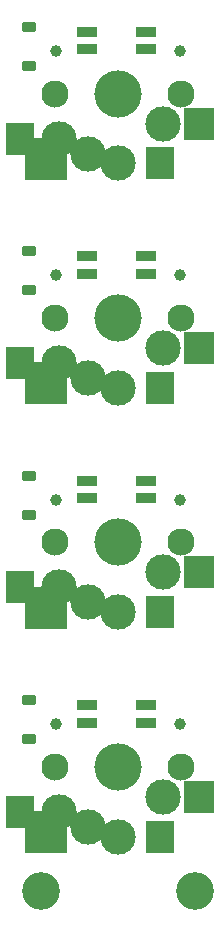
<source format=gbs>
G04 #@! TF.GenerationSoftware,KiCad,Pcbnew,7.0.8*
G04 #@! TF.CreationDate,2023-12-05T05:15:25-08:00*
G04 #@! TF.ProjectId,Seismos_4-Key,53656973-6d6f-4735-9f34-2d4b65792e6b,rev?*
G04 #@! TF.SameCoordinates,Original*
G04 #@! TF.FileFunction,Soldermask,Bot*
G04 #@! TF.FilePolarity,Negative*
%FSLAX46Y46*%
G04 Gerber Fmt 4.6, Leading zero omitted, Abs format (unit mm)*
G04 Created by KiCad (PCBNEW 7.0.8) date 2023-12-05 05:15:25*
%MOMM*%
%LPD*%
G01*
G04 APERTURE LIST*
G04 Aperture macros list*
%AMRoundRect*
0 Rectangle with rounded corners*
0 $1 Rounding radius*
0 $2 $3 $4 $5 $6 $7 $8 $9 X,Y pos of 4 corners*
0 Add a 4 corners polygon primitive as box body*
4,1,4,$2,$3,$4,$5,$6,$7,$8,$9,$2,$3,0*
0 Add four circle primitives for the rounded corners*
1,1,$1+$1,$2,$3*
1,1,$1+$1,$4,$5*
1,1,$1+$1,$6,$7*
1,1,$1+$1,$8,$9*
0 Add four rect primitives between the rounded corners*
20,1,$1+$1,$2,$3,$4,$5,0*
20,1,$1+$1,$4,$5,$6,$7,0*
20,1,$1+$1,$6,$7,$8,$9,0*
20,1,$1+$1,$8,$9,$2,$3,0*%
G04 Aperture macros list end*
%ADD10C,3.200000*%
%ADD11RoundRect,0.225000X-0.375000X0.225000X-0.375000X-0.225000X0.375000X-0.225000X0.375000X0.225000X0*%
%ADD12C,2.300000*%
%ADD13C,1.000000*%
%ADD14C,3.000000*%
%ADD15C,4.000000*%
%ADD16R,1.750000X0.812800*%
%ADD17RoundRect,0.063500X1.150000X1.300000X-1.150000X1.300000X-1.150000X-1.300000X1.150000X-1.300000X0*%
%ADD18RoundRect,0.063500X1.750000X1.750000X-1.750000X1.750000X-1.750000X-1.750000X1.750000X-1.750000X0*%
%ADD19RoundRect,0.063500X1.200000X1.300000X-1.200000X1.300000X-1.200000X-1.300000X1.200000X-1.300000X0*%
G04 APERTURE END LIST*
D10*
X53500000Y-108500000D03*
X40500000Y-108500000D03*
D11*
X39500000Y-54350000D03*
X39500000Y-57650000D03*
X39500000Y-92350000D03*
X39500000Y-95650000D03*
D12*
X52300000Y-60000000D03*
D13*
X52220000Y-56384200D03*
D14*
X50810000Y-62540000D03*
X47000000Y-65900000D03*
D15*
X47000000Y-60000000D03*
D14*
X44460000Y-65080000D03*
X42000000Y-63800000D03*
D13*
X41780000Y-56384200D03*
D12*
X41700000Y-60000000D03*
D16*
X44348100Y-54754900D03*
D17*
X38660000Y-63800000D03*
X50560000Y-65900000D03*
D16*
X49378000Y-54754900D03*
X44348100Y-56253500D03*
X49378000Y-56253500D03*
D18*
X40910000Y-65515000D03*
D19*
X53860000Y-62540000D03*
D12*
X52300000Y-41000000D03*
D13*
X52220000Y-37384200D03*
D14*
X50810000Y-43540000D03*
X47000000Y-46900000D03*
D15*
X47000000Y-41000000D03*
D14*
X44460000Y-46080000D03*
X42000000Y-44800000D03*
D13*
X41780000Y-37384200D03*
D12*
X41700000Y-41000000D03*
D16*
X44348100Y-35754900D03*
D17*
X38660000Y-44800000D03*
X50560000Y-46900000D03*
D16*
X49378000Y-35754900D03*
X44348100Y-37253500D03*
X49378000Y-37253500D03*
D18*
X40910000Y-46515000D03*
D19*
X53860000Y-43540000D03*
D12*
X52300000Y-79000000D03*
D13*
X52220000Y-75384200D03*
D14*
X50810000Y-81540000D03*
X47000000Y-84900000D03*
D15*
X47000000Y-79000000D03*
D14*
X44460000Y-84080000D03*
X42000000Y-82800000D03*
D13*
X41780000Y-75384200D03*
D12*
X41700000Y-79000000D03*
D16*
X44348100Y-73754900D03*
D17*
X38660000Y-82800000D03*
X50560000Y-84900000D03*
D16*
X49378000Y-73754900D03*
X44348100Y-75253500D03*
X49378000Y-75253500D03*
D18*
X40910000Y-84515000D03*
D19*
X53860000Y-81540000D03*
D11*
X39500000Y-35350000D03*
X39500000Y-38650000D03*
D12*
X52300000Y-98000000D03*
D13*
X52220000Y-94384200D03*
D14*
X50810000Y-100540000D03*
X47000000Y-103900000D03*
D15*
X47000000Y-98000000D03*
D14*
X44460000Y-103080000D03*
X42000000Y-101800000D03*
D13*
X41780000Y-94384200D03*
D12*
X41700000Y-98000000D03*
D16*
X44348100Y-92754900D03*
D17*
X38660000Y-101800000D03*
X50560000Y-103900000D03*
D16*
X49378000Y-92754900D03*
X44348100Y-94253500D03*
X49378000Y-94253500D03*
D18*
X40910000Y-103515000D03*
D19*
X53860000Y-100540000D03*
D11*
X39500000Y-73350000D03*
X39500000Y-76650000D03*
M02*

</source>
